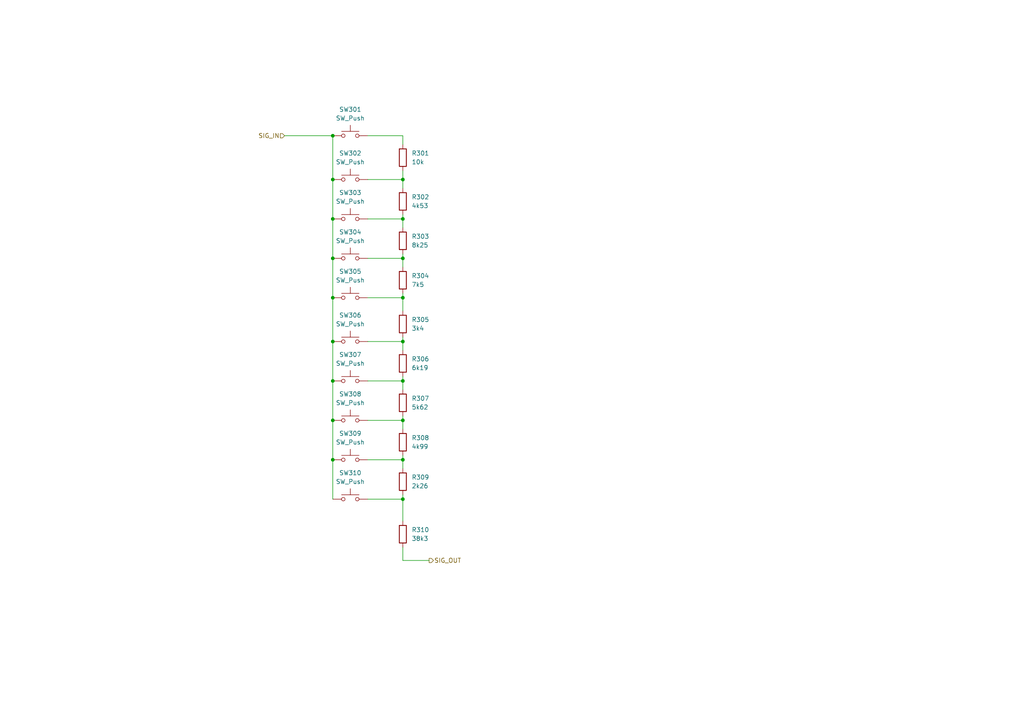
<source format=kicad_sch>
(kicad_sch (version 20230121) (generator eeschema)
  (paper "A4")
  (lib_symbols
    (symbol "Device:R" (pin_numbers hide) (pin_names (offset 0))
      (property "Reference" "R" (at 2.032 0 90))
      (property "Value" "R" (at 0 0 90))
      (symbol "R_0_1"
        (rectangle (start -1.016 -2.54) (end 1.016 2.54) (stroke (width 0.254)))
      )
      (symbol "R_1_1"
        (pin passive line (at 0 3.81 270) (length 1.27) (name "~") (number "1"))
        (pin passive line (at 0 -3.81 90) (length 1.27) (name "~") (number "2"))
      )
    )
    (symbol "Switch:SW_Push" (pin_numbers hide) (pin_names (offset 1.016) hide)
      (property "Reference" "SW" (at 1.27 2.54 0))
      (property "Value" "SW_Push" (at 0 -1.524 0))
      (symbol "SW_Push_0_1"
        (circle (center -2.032 0) (radius 0.508))
        (polyline (pts (xy 0 1.27) (xy 0 3.048)))
        (polyline (pts (xy 2.54 1.27) (xy -2.54 1.27)))
        (circle (center 2.032 0) (radius 0.508))
        (pin passive line (at -5.08 0 0) (length 2.54) (name "1") (number "1"))
        (pin passive line (at 5.08 0 180) (length 2.54) (name "2") (number "2"))
      )
    )
  )
  (junction (at 116.84 99.06))
  (junction (at 96.52 99.06))
  (junction (at 96.52 86.36))
  (junction (at 116.84 144.78))
  (junction (at 96.52 39.37))
  (junction (at 116.84 63.5))
  (junction (at 96.52 63.5))
  (junction (at 96.52 133.35))
  (junction (at 116.84 121.92))
  (junction (at 116.84 52.07))
  (junction (at 96.52 74.93))
  (junction (at 96.52 121.92))
  (junction (at 116.84 86.36))
  (junction (at 116.84 133.35))
  (junction (at 116.84 110.49))
  (junction (at 96.52 52.07))
  (junction (at 116.84 74.93))
  (junction (at 96.52 110.49))
  (wire (pts (xy 96.52 39.37) (xy 96.52 52.07)))
  (wire (pts (xy 116.84 99.06) (xy 116.84 101.6)))
  (wire (pts (xy 116.84 132.08) (xy 116.84 133.35)))
  (wire (pts (xy 116.84 73.66) (xy 116.84 74.93)))
  (wire (pts (xy 116.84 49.53) (xy 116.84 52.07)))
  (wire (pts (xy 106.68 110.49) (xy 116.84 110.49)))
  (wire (pts (xy 96.52 99.06) (xy 96.52 110.49)))
  (wire (pts (xy 116.84 120.65) (xy 116.84 121.92)))
  (wire (pts (xy 96.52 74.93) (xy 96.52 86.36)))
  (wire (pts (xy 106.68 74.93) (xy 116.84 74.93)))
  (wire (pts (xy 116.84 85.09) (xy 116.84 86.36)))
  (wire (pts (xy 116.84 110.49) (xy 116.84 113.03)))
  (wire (pts (xy 116.84 144.78) (xy 116.84 151.13)))
  (wire (pts (xy 116.84 162.56) (xy 124.46 162.56)))
  (wire (pts (xy 82.55 39.37) (xy 96.52 39.37)))
  (wire (pts (xy 96.52 86.36) (xy 96.52 99.06)))
  (wire (pts (xy 116.84 74.93) (xy 116.84 77.47)))
  (wire (pts (xy 96.52 133.35) (xy 96.52 144.78)))
  (wire (pts (xy 106.68 63.5) (xy 116.84 63.5)))
  (wire (pts (xy 96.52 121.92) (xy 96.52 133.35)))
  (wire (pts (xy 116.84 63.5) (xy 116.84 66.04)))
  (wire (pts (xy 116.84 39.37) (xy 116.84 41.91)))
  (wire (pts (xy 96.52 110.49) (xy 96.52 121.92)))
  (wire (pts (xy 116.84 52.07) (xy 116.84 54.61)))
  (wire (pts (xy 116.84 97.79) (xy 116.84 99.06)))
  (wire (pts (xy 116.84 143.51) (xy 116.84 144.78)))
  (wire (pts (xy 96.52 52.07) (xy 96.52 63.5)))
  (wire (pts (xy 106.68 39.37) (xy 116.84 39.37)))
  (wire (pts (xy 116.84 133.35) (xy 116.84 135.89)))
  (wire (pts (xy 106.68 99.06) (xy 116.84 99.06)))
  (wire (pts (xy 106.68 133.35) (xy 116.84 133.35)))
  (wire (pts (xy 116.84 121.92) (xy 116.84 124.46)))
  (wire (pts (xy 116.84 86.36) (xy 116.84 90.17)))
  (wire (pts (xy 106.68 144.78) (xy 116.84 144.78)))
  (wire (pts (xy 116.84 62.23) (xy 116.84 63.5)))
  (wire (pts (xy 96.52 63.5) (xy 96.52 74.93)))
  (wire (pts (xy 106.68 121.92) (xy 116.84 121.92)))
  (wire (pts (xy 106.68 86.36) (xy 116.84 86.36)))
  (wire (pts (xy 116.84 109.22) (xy 116.84 110.49)))
  (wire (pts (xy 116.84 158.75) (xy 116.84 162.56)))
  (wire (pts (xy 106.68 52.07) (xy 116.84 52.07)))
  (hierarchical_label "SIG_OUT" (shape output) (at 124.46 162.56 0))
  (hierarchical_label "SIG_IN" (shape input) (at 82.55 39.37 180))
  (symbol (lib_id "Switch:SW_Push") (at 101.6 86.36 0) (unit 1)
    (property "Reference" "SW305" (at 101.6 78.74 0))
    (property "Value" "SW_Push" (at 101.6 81.28 0))
    (property "DPN" "2223-TS02-66-70-BK-160-LCR-D-ND" (effects hide))
  )
  (symbol (lib_id "Device:R") (at 116.84 69.85 0) (unit 1)
    (property "Reference" "R303" (at 119.38 68.58 0) (effects (justify left)))
    (property "Value" "8k25" (at 119.38 71.12 0) (effects (justify left)))
    (property "DPN" "8.25KXBK-ND" (effects hide))
  )
  (symbol (lib_id "Device:R") (at 116.84 58.42 0) (unit 1)
    (property "Reference" "R302" (at 119.38 57.15 0) (effects (justify left)))
    (property "Value" "4k53" (at 119.38 59.69 0) (effects (justify left)))
    (property "DPN" "RNF14FTD4K53CT-ND" (effects hide))
  )
  (symbol (lib_id "Switch:SW_Push") (at 101.6 110.49 0) (unit 1)
    (property "Reference" "SW307" (at 101.6 102.87 0))
    (property "Value" "SW_Push" (at 101.6 105.41 0))
    (property "DPN" "2223-TS02-66-70-BK-160-LCR-D-ND" (effects hide))
  )
  (symbol (lib_id "Switch:SW_Push") (at 101.6 121.92 0) (unit 1)
    (property "Reference" "SW308" (at 101.6 114.3 0))
    (property "Value" "SW_Push" (at 101.6 116.84 0))
    (property "DPN" "2223-TS02-66-70-BK-160-LCR-D-ND" (effects hide))
  )
  (symbol (lib_id "Switch:SW_Push") (at 101.6 39.37 0) (unit 1)
    (property "Reference" "SW301" (at 101.6 31.75 0))
    (property "Value" "SW_Push" (at 101.6 34.29 0))
    (property "DPN" "2223-TS02-66-70-BK-160-LCR-D-ND" (effects hide))
  )
  (symbol (lib_id "Device:R") (at 116.84 105.41 0) (unit 1)
    (property "Reference" "R306" (at 119.38 104.14 0) (effects (justify left)))
    (property "Value" "6k19" (at 119.38 106.68 0) (effects (justify left)))
    (property "DPN" "6.19KXBK-ND" (effects hide))
  )
  (symbol (lib_id "Device:R") (at 116.84 93.98 0) (unit 1)
    (property "Reference" "R305" (at 119.38 92.71 0) (effects (justify left)))
    (property "Value" "3k4" (at 119.38 95.25 0) (effects (justify left)))
    (property "DPN" "3.40KXBK-ND" (effects hide))
  )
  (symbol (lib_id "Device:R") (at 116.84 116.84 0) (unit 1)
    (property "Reference" "R307" (at 119.38 115.57 0) (effects (justify left)))
    (property "Value" "5k62" (at 119.38 118.11 0) (effects (justify left)))
    (property "DPN" "13-MFR-25FRF52-5K62CT-ND" (effects hide))
  )
  (symbol (lib_id "Switch:SW_Push") (at 101.6 133.35 0) (unit 1)
    (property "Reference" "SW309" (at 101.6 125.73 0))
    (property "Value" "SW_Push" (at 101.6 128.27 0))
    (property "DPN" "2223-TS02-66-70-BK-160-LCR-D-ND" (effects hide))
  )
  (symbol (lib_id "Switch:SW_Push") (at 101.6 63.5 0) (unit 1)
    (property "Reference" "SW303" (at 101.6 55.88 0))
    (property "Value" "SW_Push" (at 101.6 58.42 0))
    (property "DPN" "2223-TS02-66-70-BK-160-LCR-D-ND" (effects hide))
  )
  (symbol (lib_id "Switch:SW_Push") (at 101.6 52.07 0) (unit 1)
    (property "Reference" "SW302" (at 101.6 44.45 0))
    (property "Value" "SW_Push" (at 101.6 46.99 0))
    (property "DPN" "2223-TS02-66-70-BK-160-LCR-D-ND" (effects hide))
  )
  (symbol (lib_id "Device:R") (at 116.84 128.27 0) (unit 1)
    (property "Reference" "R308" (at 119.38 127 0) (effects (justify left)))
    (property "Value" "4k99" (at 119.38 129.54 0) (effects (justify left)))
    (property "DPN" "13-MFR-25FTE52-4K99CT-ND" (effects hide))
  )
  (symbol (lib_id "Switch:SW_Push") (at 101.6 99.06 0) (unit 1)
    (property "Reference" "SW306" (at 101.6 91.44 0))
    (property "Value" "SW_Push" (at 101.6 93.98 0))
    (property "DPN" "2223-TS02-66-70-BK-160-LCR-D-ND" (effects hide))
  )
  (symbol (lib_id "Switch:SW_Push") (at 101.6 74.93 0) (unit 1)
    (property "Reference" "SW304" (at 101.6 67.31 0))
    (property "Value" "SW_Push" (at 101.6 69.85 0))
    (property "DPN" "2223-TS02-66-70-BK-160-LCR-D-ND" (effects hide))
  )
  (symbol (lib_id "Switch:SW_Push") (at 101.6 144.78 0) (unit 1)
    (property "Reference" "SW310" (at 101.6 137.16 0))
    (property "Value" "SW_Push" (at 101.6 139.7 0))
    (property "DPN" "2223-TS02-66-70-BK-160-LCR-D-ND" (effects hide))
  )
  (symbol (lib_id "Device:R") (at 116.84 45.72 0) (unit 1)
    (property "Reference" "R301" (at 119.38 44.45 0) (effects (justify left)))
    (property "Value" "10k" (at 119.38 46.99 0) (effects (justify left)))
    (property "DPN" "13-MFR-25FRF52-10KCT-ND" (effects hide))
  )
  (symbol (lib_id "Device:R") (at 116.84 81.28 0) (unit 1)
    (property "Reference" "R304" (at 119.38 80.01 0) (effects (justify left)))
    (property "Value" "7k5" (at 119.38 82.55 0) (effects (justify left)))
    (property "DPN" "7.50KXBK-ND" (effects hide))
  )
  (symbol (lib_id "Device:R") (at 116.84 139.7 0) (unit 1)
    (property "Reference" "R309" (at 119.38 138.43 0) (effects (justify left)))
    (property "Value" "2k26" (at 119.38 140.97 0) (effects (justify left)))
    (property "DPN" "2.26KXBK-ND" (effects hide))
  )
  (symbol (lib_id "Device:R") (at 116.84 154.94 0) (unit 1)
    (property "Reference" "R310" (at 119.38 153.67 0) (effects (justify left)))
    (property "Value" "38k3" (at 119.38 156.21 0) (effects (justify left)))
    (property "DPN" "38.3KXBK-ND" (effects hide))
  )
)
</source>
